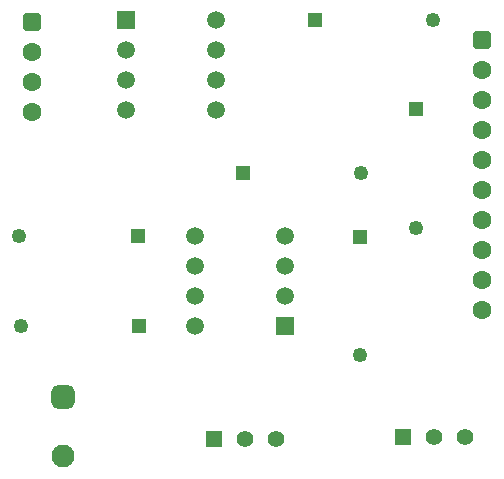
<source format=gbr>
%TF.GenerationSoftware,Altium Limited,Altium Designer,24.10.1 (45)*%
G04 Layer_Physical_Order=1*
G04 Layer_Color=255*
%FSLAX45Y45*%
%MOMM*%
%TF.SameCoordinates,47669921-03A9-45D4-BEC5-7B78C51FF8BB*%
%TF.FilePolarity,Positive*%
%TF.FileFunction,Copper,L1,Top,Signal*%
%TF.Part,Single*%
G01*
G75*
%TA.AperFunction,Conductor*%
%ADD10C,0.50800*%
%TA.AperFunction,ComponentPad*%
%ADD11C,1.60000*%
G04:AMPARAMS|DCode=12|XSize=1.6mm|YSize=1.6mm|CornerRadius=0.4mm|HoleSize=0mm|Usage=FLASHONLY|Rotation=270.000|XOffset=0mm|YOffset=0mm|HoleType=Round|Shape=RoundedRectangle|*
%AMROUNDEDRECTD12*
21,1,1.60000,0.80000,0,0,270.0*
21,1,0.80000,1.60000,0,0,270.0*
1,1,0.80000,-0.40000,-0.40000*
1,1,0.80000,-0.40000,0.40000*
1,1,0.80000,0.40000,0.40000*
1,1,0.80000,0.40000,-0.40000*
%
%ADD12ROUNDEDRECTD12*%
G04:AMPARAMS|DCode=13|XSize=1.95mm|YSize=1.95mm|CornerRadius=0.4875mm|HoleSize=0mm|Usage=FLASHONLY|Rotation=270.000|XOffset=0mm|YOffset=0mm|HoleType=Round|Shape=RoundedRectangle|*
%AMROUNDEDRECTD13*
21,1,1.95000,0.97500,0,0,270.0*
21,1,0.97500,1.95000,0,0,270.0*
1,1,0.97500,-0.48750,-0.48750*
1,1,0.97500,-0.48750,0.48750*
1,1,0.97500,0.48750,0.48750*
1,1,0.97500,0.48750,-0.48750*
%
%ADD13ROUNDEDRECTD13*%
%ADD14C,1.95000*%
%ADD15R,1.40000X1.40000*%
%ADD16C,1.40000*%
%ADD17C,1.50000*%
%ADD18R,1.50000X1.50000*%
%ADD19C,1.25000*%
%ADD20R,1.25000X1.25000*%
%ADD21R,1.25000X1.25000*%
D10*
X2413000Y2184400D02*
X2419800Y2191200D01*
X3048000Y2176400D02*
X3050350Y2178750D01*
X1828800Y3251200D02*
X1831150Y3253550D01*
D11*
X266700Y3238500D02*
D03*
Y3492500D02*
D03*
Y3746500D02*
D03*
X4076700Y2070100D02*
D03*
Y2324100D02*
D03*
Y2832100D02*
D03*
Y3340100D02*
D03*
Y3594100D02*
D03*
Y3086100D02*
D03*
Y2578100D02*
D03*
Y1816100D02*
D03*
Y1562100D02*
D03*
D12*
X266700Y4000500D02*
D03*
X4076700Y3848100D02*
D03*
D13*
X533400Y821500D02*
D03*
D14*
Y321501D02*
D03*
D15*
X3410300Y482600D02*
D03*
X1810100Y469900D02*
D03*
D16*
X3930300Y482600D02*
D03*
X3670300D02*
D03*
X2330100Y469900D02*
D03*
X2070100D02*
D03*
D17*
X1651000Y2184400D02*
D03*
Y1930400D02*
D03*
Y1676400D02*
D03*
Y1422400D02*
D03*
X2413000Y2184400D02*
D03*
Y1930400D02*
D03*
Y1676400D02*
D03*
X1828800Y3251200D02*
D03*
Y3505200D02*
D03*
Y3759200D02*
D03*
Y4013200D02*
D03*
X1066800Y3251200D02*
D03*
Y3505200D02*
D03*
Y3759200D02*
D03*
D18*
X2413000Y1422400D02*
D03*
X1066800Y4013200D02*
D03*
D19*
X3052700Y2717800D02*
D03*
X3048000Y1176400D02*
D03*
X3662300Y4013200D02*
D03*
X173100Y1422400D02*
D03*
X160400Y2184400D02*
D03*
X3517900Y2255900D02*
D03*
D20*
X2052700Y2717800D02*
D03*
X2662300Y4013200D02*
D03*
X1173100Y1422400D02*
D03*
X1160400Y2184400D02*
D03*
D21*
X3048000Y2176400D02*
D03*
X3517900Y3255900D02*
D03*
%TF.MD5,13f28af43089114898525f255b0ab157*%
M02*

</source>
